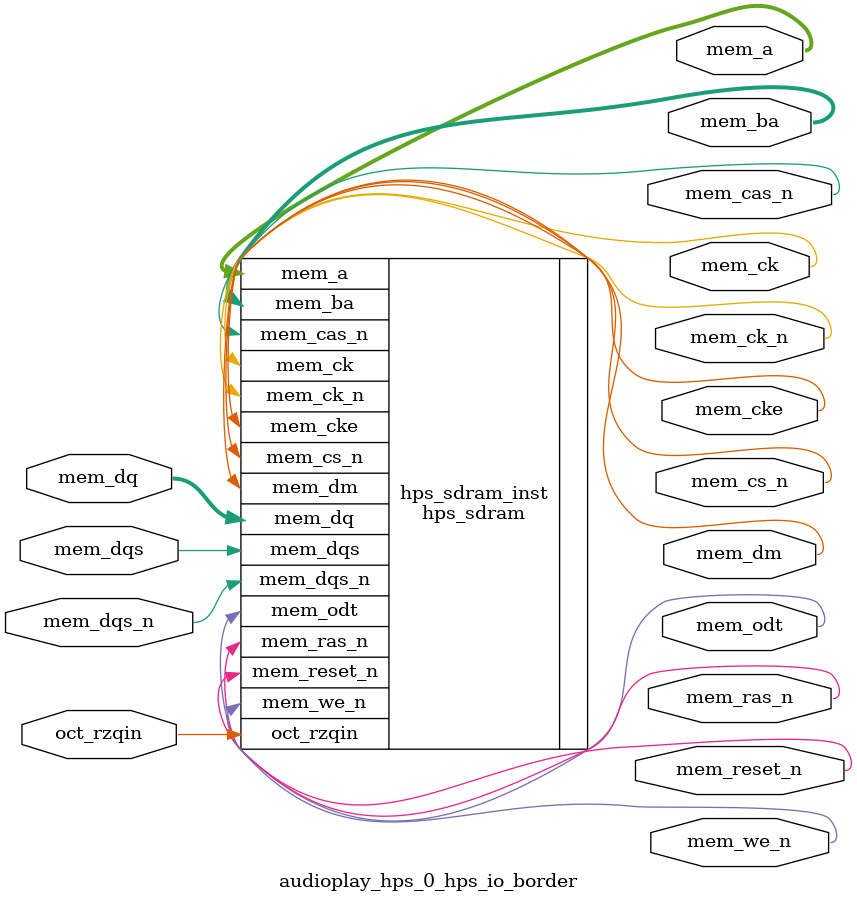
<source format=sv>


module audioplay_hps_0_hps_io_border(
// memory
  output wire [13 - 1 : 0 ] mem_a
 ,output wire [3 - 1 : 0 ] mem_ba
 ,output wire [1 - 1 : 0 ] mem_ck
 ,output wire [1 - 1 : 0 ] mem_ck_n
 ,output wire [1 - 1 : 0 ] mem_cke
 ,output wire [1 - 1 : 0 ] mem_cs_n
 ,output wire [1 - 1 : 0 ] mem_ras_n
 ,output wire [1 - 1 : 0 ] mem_cas_n
 ,output wire [1 - 1 : 0 ] mem_we_n
 ,output wire [1 - 1 : 0 ] mem_reset_n
 ,inout wire [8 - 1 : 0 ] mem_dq
 ,inout wire [1 - 1 : 0 ] mem_dqs
 ,inout wire [1 - 1 : 0 ] mem_dqs_n
 ,output wire [1 - 1 : 0 ] mem_odt
 ,output wire [1 - 1 : 0 ] mem_dm
 ,input wire [1 - 1 : 0 ] oct_rzqin
);


hps_sdram hps_sdram_inst(
 .mem_dq({
    mem_dq[7:0] // 7:0
  })
,.mem_odt({
    mem_odt[0:0] // 0:0
  })
,.mem_ras_n({
    mem_ras_n[0:0] // 0:0
  })
,.mem_dqs_n({
    mem_dqs_n[0:0] // 0:0
  })
,.mem_dqs({
    mem_dqs[0:0] // 0:0
  })
,.mem_dm({
    mem_dm[0:0] // 0:0
  })
,.mem_we_n({
    mem_we_n[0:0] // 0:0
  })
,.mem_cas_n({
    mem_cas_n[0:0] // 0:0
  })
,.mem_ba({
    mem_ba[2:0] // 2:0
  })
,.mem_a({
    mem_a[12:0] // 12:0
  })
,.mem_cs_n({
    mem_cs_n[0:0] // 0:0
  })
,.mem_ck({
    mem_ck[0:0] // 0:0
  })
,.mem_cke({
    mem_cke[0:0] // 0:0
  })
,.oct_rzqin({
    oct_rzqin[0:0] // 0:0
  })
,.mem_reset_n({
    mem_reset_n[0:0] // 0:0
  })
,.mem_ck_n({
    mem_ck_n[0:0] // 0:0
  })
);

endmodule


</source>
